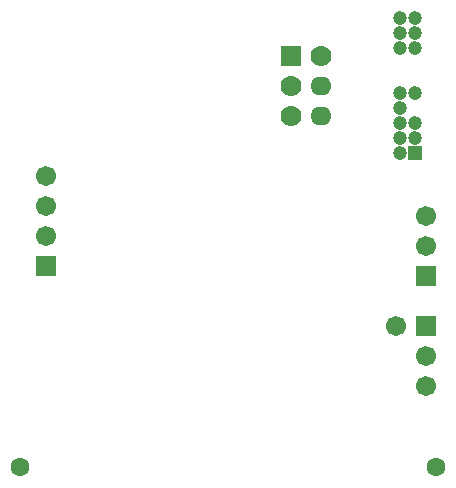
<source format=gbs>
G04 Layer_Color=16711935*
%FSLAX23Y23*%
%MOIN*%
G70*
G01*
G75*
%ADD57C,0.067*%
%ADD58R,0.067X0.067*%
%ADD59R,0.067X0.067*%
%ADD60C,0.070*%
%ADD61O,0.070X0.063*%
%ADD62R,0.070X0.070*%
%ADD63R,0.047X0.047*%
%ADD64C,0.047*%
%ADD65C,0.063*%
D57*
X1622Y985D02*
D03*
Y885D02*
D03*
X1522Y620D02*
D03*
X355Y920D02*
D03*
Y1020D02*
D03*
Y1120D02*
D03*
X1622Y420D02*
D03*
Y520D02*
D03*
D58*
Y785D02*
D03*
X355Y820D02*
D03*
X1622Y620D02*
D03*
D59*
D03*
D60*
X1272Y1520D02*
D03*
X1172Y1420D02*
D03*
Y1320D02*
D03*
D61*
X1272Y1420D02*
D03*
Y1320D02*
D03*
D62*
X1172Y1520D02*
D03*
D63*
X1587Y1195D02*
D03*
D64*
X1537D02*
D03*
X1587Y1245D02*
D03*
X1537D02*
D03*
X1587Y1295D02*
D03*
X1537D02*
D03*
Y1345D02*
D03*
X1587Y1395D02*
D03*
X1537D02*
D03*
X1587Y1545D02*
D03*
X1537D02*
D03*
X1587Y1595D02*
D03*
X1537D02*
D03*
X1587Y1645D02*
D03*
X1537D02*
D03*
D65*
X1655Y150D02*
D03*
X270D02*
D03*
M02*

</source>
